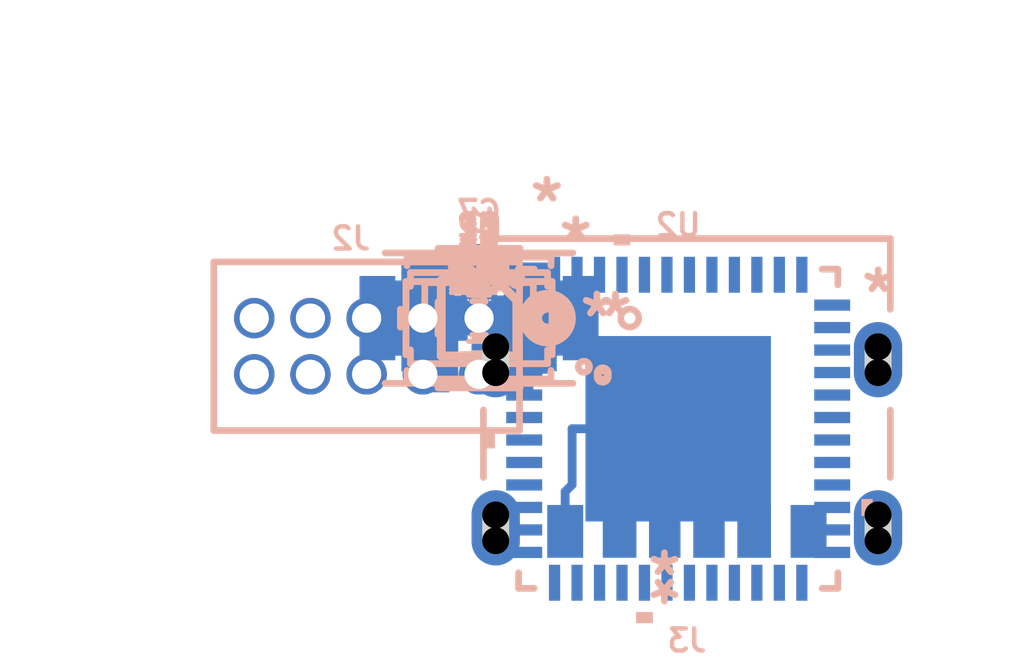
<source format=kicad_pcb>
(kicad_pcb (version 20240108) (generator "pcbnew") (generator_version "8.0")
  (layers (0 "F.Cu" signal) (31 "B.Cu" signal) (34 "B.Paste" user) (35 "F.Paste" user) (36 "B.SilkS" user "B.Silkscreen") (37 "F.SilkS" user "F.Silkscreen") (38 "B.Mask" user) (39 "F.Mask" user) (44 "Edge.Cuts" user))
  (net 0 "")
  (net 1 "Net-(I1-VIN)")
  (net 2 "KLT5")
  (net 3 "KLT6")
  (net 6 "Net-(U2-VDDCORE)")
  (net 9 "Net-(D2-A)")
  (net 10 "Net-(D2-K)")
  (net 11 "I2C_SCL")
  (net 12 "KLT4")
  (net 13 "I2C_SDA")
  (net 14 "KLT3")
  (net 15 "/BATD")
  (net 16 "KLT2")
  (net 24 "KLT1")
  (net 25 "KLT0")
  (net 26 "Net-(Q1-G)")
  (net 27 "Net-(Q2-COLLECTOR)")
  (net 28 "Net-(Q2-BASE)")
  (net 29 "Net-(U1-EN)")
  (net 30 "Net-(R2-Pad2)")
  (net 31 "Net-(D1-PadK)")
  (net 36 "Net-(R18-Pad2)")
  (net 40 "GND")
  (net 65 "VOUT1")
  (net 66 "VIN0")
  (net 67 "+BATT")
  (net 68 "VBUS")
  (footprint "ATSAMD21G18A-MUT:0402R" (layer "B.Cu") (at 0.5 2 180)
    (property "Reference" "R16" (at 0 0.9 180) (layer "B.SilkS") (effects (font (size 0.5 0.5) (thickness 0.1) (bold yes)) (justify mirror)))
    (property "Value" "4.7k")
    (pad "1" smd rect (at -0.512 0 180) (size 0.475 0.5) (layers "B.Cu" "B.Paste" "B.Mask"))
    (pad "2" smd rect (at 0.512 0 180) (size 0.475 0.5) (layers "B.Cu" "B.Paste" "B.Mask") (net 65 "VOUT1"))
  )
  (footprint "ATSAMD21G18A-MUT:M50_3500542" (layer "B.Cu") (at 0.5 2 180)
    (property "Reference" "J2" (at 2.9 1.8 0) (layer "B.SilkS") (effects (font (size 0.5 0.5) (thickness 0.1) (bold yes)) (justify mirror)))
    (property "Value" "M50-3500542")
    (fp_line (start 5.9944 1.27) (end 5.9944 -2.54) (stroke (width 0.1524)) (layer "B.SilkS"))
    (fp_line (start 5.9944 -2.54) (end -0.9144 -2.54) (stroke (width 0.1524)) (layer "B.SilkS"))
    (fp_line (start -0.9144 1.27) (end 5.9944 1.27) (stroke (width 0.1524)) (layer "B.SilkS"))
    (fp_line (start -0.9144 -2.54) (end -0.9144 1.27) (stroke (width 0.1524)) (layer "B.SilkS"))
    (fp_circle (center -1.5494 0) (end -1.1684 0) (stroke (width 0.508)) (fill none) (layer "B.SilkS"))
    (fp_circle (center -1.5494 0) (end -1.1684 0) (stroke (width 0.508)) (fill none) (layer "F.SilkS"))
    (pad "1" thru_hole circle (at 0 0 180) (size 0.9144 0.9144) (drill 0.6604) (layers "*.Cu" "*.Mask") (net 65 "VOUT1"))
    (pad "2" thru_hole circle (at 0 -1.27 180) (size 0.9144 0.9144) (drill 0.6604) (layers "*.Cu" "*.Mask"))
    (pad "3" thru_hole circle (at 1.27 0 180) (size 0.9144 0.9144) (drill 0.6604) (layers "*.Cu" "*.Mask") (net 40 "GND"))
    (pad "4" thru_hole circle (at 1.27 -1.27 180) (size 0.9144 0.9144) (drill 0.6604) (layers "*.Cu" "*.Mask"))
    (pad "5" thru_hole circle (at 2.54 0 180) (size 0.9144 0.9144) (drill 0.6604) (layers "*.Cu" "*.Mask") (net 40 "GND"))
    (pad "6" thru_hole circle (at 2.54 -1.27 180) (size 0.9144 0.9144) (drill 0.6604) (layers "*.Cu" "*.Mask"))
    (pad "7" thru_hole circle (at 3.81 0 180) (size 0.9144 0.9144) (drill 0.6604) (layers "*.Cu" "*.Mask"))
    (pad "8" thru_hole circle (at 3.81 -1.27 180) (size 0.9144 0.9144) (drill 0.6604) (layers "*.Cu" "*.Mask"))
    (pad "9" thru_hole circle (at 5.08 0 180) (size 0.9144 0.9144) (drill 0.6604) (layers "*.Cu" "*.Mask"))
    (pad "10" thru_hole circle (at 5.08 -1.27 180) (size 0.9144 0.9144) (drill 0.6604) (layers "*.Cu" "*.Mask"))
  )
  (footprint "ATSAMD21G18A-MUT:0402C" (layer "B.Cu") (at 0.5 2 180)
    (property "Reference" "C17" (at 0 0.88 180) (layer "B.SilkS") (effects (font (size 0.5 0.5) (thickness 0.1) (bold yes)) (justify mirror)))
    (property "Value" "12 pF")
    (pad "1" smd rect (at -0.432 0 180) (size 0.54 0.6) (layers "B.Cu" "B.Paste" "B.Mask"))
    (pad "2" smd rect (at 0.432 0 180) (size 0.54 0.6) (layers "B.Cu" "B.Paste" "B.Mask") (net 40 "GND"))
  )
  (footprint "ADP122AUJZ_3_3_R7:C_0603_1608Metric" (layer "B.Cu") (at 0.5 2 180)
    (property "Reference" "C2" (at 0 1.1 180) (layer "B.SilkS") (effects (font (size 0.5 0.5) (thickness 0.1) (bold yes)) (justify mirror)))
    (property "Value" "1 uF")
    (fp_line (start 0.14058 0.51) (end -0.14058 0.51) (stroke (width 0.12)) (layer "B.SilkS"))
    (fp_line (start 0.14058 -0.51) (end -0.14058 -0.51) (stroke (width 0.12)) (layer "B.SilkS"))
    (pad "1" smd roundrect (at -0.775 0 180) (size 0.9 0.95) (layers "B.Cu" "B.Paste" "B.Mask") (net 66 "VIN0"))
    (pad "2" smd roundrect (at 0.775 0 180) (size 0.9 0.95) (layers "B.Cu" "B.Paste" "B.Mask") (net 40 "GND"))
  )
  (footprint "ATSAMD21G18A-MUT:QFN48_7X7MC_MCH" (layer "B.Cu") (at 5 4.5 180)
    (property "Reference" "U2" (at 0 4.6 0) (layer "B.SilkS") (effects (font (size 0.5 0.5) (thickness 0.1) (bold yes)) (justify mirror)))
    (property "Value" "ATSAMD21G18A-MUT")
    (fp_line (start 3.6068 3.6068) (end 3.6068 3.25374) (stroke (width 0.1524)) (layer "B.SilkS"))
    (fp_line (start 3.6068 -3.25374) (end 3.6068 -3.6068) (stroke (width 0.1524)) (layer "B.SilkS"))
    (fp_line (start 3.6068 -3.6068) (end 3.25374 -3.6068) (stroke (width 0.1524)) (layer "B.SilkS"))
    (fp_line (start 3.25374 3.6068) (end 3.6068 3.6068) (stroke (width 0.1524)) (layer "B.SilkS"))
    (fp_line (start -3.25374 -3.6068) (end -3.6068 -3.6068) (stroke (width 0.1524)) (layer "B.SilkS"))
    (fp_line (start -3.6068 3.6068) (end -3.25374 3.6068) (stroke (width 0.1524)) (layer "B.SilkS"))
    (fp_line (start -3.6068 3.25374) (end -3.6068 3.6068) (stroke (width 0.1524)) (layer "B.SilkS"))
    (fp_line (start -3.6068 -3.6068) (end -3.6068 -3.25374) (stroke (width 0.1524)) (layer "B.SilkS"))
    (fp_poly (pts (xy 4.3942 -0.0635) (xy 4.3942 -0.4445) (xy 4.1402 -0.4445) (xy 4.1402 -0.0635)) (fill solid) (layer "B.SilkS"))
    (fp_poly (pts (xy 1.0795 4.1402) (xy 1.0795 4.3942) (xy 1.4605 4.3942) (xy 1.4605 4.1402)) (fill solid) (layer "B.SilkS"))
    (fp_poly (pts (xy 0.5715 -4.1402) (xy 0.5715 -4.3942) (xy 0.9525 -4.3942) (xy 0.9525 -4.1402)) (fill solid) (layer "B.SilkS"))
    (fp_poly (pts (xy -4.3942 -1.5875) (xy -4.3942 -1.9685) (xy -4.1402 -1.9685) (xy -4.1402 -1.5875)) (fill solid) (layer "B.SilkS"))
    (fp_text user "*" (at -4.5212 3.048 0) (layer "B.SilkS") (effects (justify mirror)))
    (fp_text user "*" (at -4.5212 3.048 180) (layer "B.SilkS") (effects (justify mirror)))
    (pad "1" smd rect (at -3.4798 2.794 90) (size 0.254 0.8128) (layers "B.Cu" "B.Paste" "B.Mask") (net 3 "KLT6"))
    (pad "2" smd rect (at -3.4798 2.286 90) (size 0.254 0.8128) (layers "B.Cu" "B.Paste" "B.Mask"))
    (pad "3" smd rect (at -3.4798 1.778 90) (size 0.254 0.8128) (layers "B.Cu" "B.Paste" "B.Mask"))
    (pad "4" smd rect (at -3.4798 1.27 90) (size 0.254 0.8128) (layers "B.Cu" "B.Paste" "B.Mask"))
    (pad "5" smd rect (at -3.4798 0.762 90) (size 0.254 0.8128) (layers "B.Cu" "B.Paste" "B.Mask") (net 40 "GND"))
    (pad "6" smd rect (at -3.4798 0.254 90) (size 0.254 0.8128) (layers "B.Cu" "B.Paste" "B.Mask") (net 65 "VOUT1"))
    (pad "7" smd rect (at -3.4798 -0.254 90) (size 0.254 0.8128) (layers "B.Cu" "B.Paste" "B.Mask"))
    (pad "8" smd rect (at -3.4798 -0.762 90) (size 0.254 0.8128) (layers "B.Cu" "B.Paste" "B.Mask"))
    (pad "9" smd rect (at -3.4798 -1.27 90) (size 0.254 0.8128) (layers "B.Cu" "B.Paste" "B.Mask"))
    (pad "10" smd rect (at -3.4798 -1.778 90) (size 0.254 0.8128) (layers "B.Cu" "B.Paste" "B.Mask") (net 2 "KLT5"))
    (pad "11" smd rect (at -3.4798 -2.286 90) (size 0.254 0.8128) (layers "B.Cu" "B.Paste" "B.Mask") (net 12 "KLT4"))
    (pad "12" smd rect (at -3.4798 -2.794 90) (size 0.254 0.8128) (layers "B.Cu" "B.Paste" "B.Mask") (net 14 "KLT3"))
    (pad "13" smd rect (at -2.794 -3.4798 180) (size 0.254 0.8128) (layers "B.Cu" "B.Paste" "B.Mask") (net 16 "KLT2"))
    (pad "14" smd rect (at -2.286 -3.4798 180) (size 0.254 0.8128) (layers "B.Cu" "B.Paste" "B.Mask") (net 24 "KLT1"))
    (pad "15" smd rect (at -1.778 -3.4798 180) (size 0.254 0.8128) (layers "B.Cu" "B.Paste" "B.Mask") (net 25 "KLT0"))
    (pad "16" smd rect (at -1.27 -3.4798 180) (size 0.254 0.8128) (layers "B.Cu" "B.Paste" "B.Mask"))
    (pad "17" smd rect (at -0.762 -3.4798 180) (size 0.254 0.8128) (layers "B.Cu" "B.Paste" "B.Mask") (net 65 "VOUT1"))
    (pad "18" smd rect (at -0.254 -3.4798 180) (size 0.254 0.8128) (layers "B.Cu" "B.Paste" "B.Mask") (net 40 "GND"))
    (pad "19" smd rect (at 0.254 -3.4798 180) (size 0.254 0.8128) (layers "B.Cu" "B.Paste" "B.Mask"))
    (pad "20" smd rect (at 0.762 -3.4798 180) (size 0.254 0.8128) (layers "B.Cu" "B.Paste" "B.Mask"))
    (pad "21" smd rect (at 1.27 -3.4798 180) (size 0.254 0.8128) (layers "B.Cu" "B.Paste" "B.Mask") (net 13 "I2C_SDA"))
    (pad "22" smd rect (at 1.778 -3.4798 180) (size 0.254 0.8128) (layers "B.Cu" "B.Paste" "B.Mask") (net 11 "I2C_SCL"))
    (pad "23" smd rect (at 2.286 -3.4798 180) (size 0.254 0.8128) (layers "B.Cu" "B.Paste" "B.Mask"))
    (pad "24" smd rect (at 2.794 -3.4798 180) (size 0.254 0.8128) (layers "B.Cu" "B.Paste" "B.Mask"))
    (pad "25" smd rect (at 3.4798 -2.794 90) (size 0.254 0.8128) (layers "B.Cu" "B.Paste" "B.Mask"))
    (pad "26" smd rect (at 3.4798 -2.286 90) (size 0.254 0.8128) (layers "B.Cu" "B.Paste" "B.Mask"))
    (pad "27" smd rect (at 3.4798 -1.778 90) (size 0.254 0.8128) (layers "B.Cu" "B.Paste" "B.Mask"))
    (pad "28" smd rect (at 3.4798 -1.27 90) (size 0.254 0.8128) (layers "B.Cu" "B.Paste" "B.Mask"))
    (pad "29" smd rect (at 3.4798 -0.762 90) (size 0.254 0.8128) (layers "B.Cu" "B.Paste" "B.Mask"))
    (pad "30" smd rect (at 3.4798 -0.254 90) (size 0.254 0.8128) (layers "B.Cu" "B.Paste" "B.Mask"))
    (pad "31" smd rect (at 3.4798 0.254 90) (size 0.254 0.8128) (layers "B.Cu" "B.Paste" "B.Mask"))
    (pad "32" smd rect (at 3.4798 0.762 90) (size 0.254 0.8128) (layers "B.Cu" "B.Paste" "B.Mask"))
    (pad "33" smd rect (at 3.4798 1.27 90) (size 0.254 0.8128) (layers "B.Cu" "B.Paste" "B.Mask"))
    (pad "34" smd rect (at 3.4798 1.778 90) (size 0.254 0.8128) (layers "B.Cu" "B.Paste" "B.Mask"))
    (pad "35" smd rect (at 3.4798 2.286 90) (size 0.254 0.8128) (layers "B.Cu" "B.Paste" "B.Mask") (net 40 "GND"))
    (pad "36" smd rect (at 3.4798 2.794 90) (size 0.254 0.8128) (layers "B.Cu" "B.Paste" "B.Mask") (net 65 "VOUT1"))
    (pad "37" smd rect (at 2.794 3.4798 180) (size 0.254 0.8128) (layers "B.Cu" "B.Paste" "B.Mask"))
    (pad "38" smd rect (at 2.286 3.4798 180) (size 0.254 0.8128) (layers "B.Cu" "B.Paste" "B.Mask"))
    (pad "39" smd rect (at 1.778 3.4798 180) (size 0.254 0.8128) (layers "B.Cu" "B.Paste" "B.Mask"))
    (pad "40" smd rect (at 1.27 3.4798 180) (size 0.254 0.8128) (layers "B.Cu" "B.Paste" "B.Mask"))
    (pad "41" smd rect (at 0.762 3.4798 180) (size 0.254 0.8128) (layers "B.Cu" "B.Paste" "B.Mask"))
    (pad "42" smd rect (at 0.254 3.4798 180) (size 0.254 0.8128) (layers "B.Cu" "B.Paste" "B.Mask") (net 40 "GND"))
    (pad "43" smd rect (at -0.254 3.4798 180) (size 0.254 0.8128) (layers "B.Cu" "B.Paste" "B.Mask") (net 6 "Net-(U2-VDDCORE)"))
    (pad "44" smd rect (at -0.762 3.4798 180) (size 0.254 0.8128) (layers "B.Cu" "B.Paste" "B.Mask") (net 65 "VOUT1"))
    (pad "45" smd rect (at -1.27 3.4798 180) (size 0.254 0.8128) (layers "B.Cu" "B.Paste" "B.Mask"))
    (pad "46" smd rect (at -1.778 3.4798 180) (size 0.254 0.8128) (layers "B.Cu" "B.Paste" "B.Mask"))
    (pad "47" smd rect (at -2.286 3.4798 180) (size 0.254 0.8128) (layers "B.Cu" "B.Paste" "B.Mask"))
    (pad "48" smd rect (at -2.794 3.4798 180) (size 0.254 0.8128) (layers "B.Cu" "B.Paste" "B.Mask"))
    (pad "49" smd rect (at 0 0 180) (size 4.191 4.191) (layers "B.Cu" "B.Paste" "B.Mask") (net 40 "GND"))
  )
  (footprint "PJ_055D:SDO_CFP5_SOD128_NEX" (layer "B.Cu") (at 0.5 2 180)
    (property "Reference" "D2" (at 0 2 0) (layer "B.SilkS") (effects (font (size 0.5 0.5) (thickness 0.1) (bold yes)) (justify mirror)))
    (property "Value" "PMEG3050EP,115")
    (fp_line (start 2.1209 -1.4732) (end -2.1209 -1.4732) (stroke (width 0.1524)) (layer "B.SilkS"))
    (fp_line (start -2.1209 1.4732) (end 2.1209 1.4732) (stroke (width 0.1524)) (layer "B.SilkS"))
    (fp_text user "*" (at -3.0829 0 180) (layer "B.SilkS") (effects (justify mirror)))
    (fp_text user "*" (at -3.0829 0 0) (layer "B.SilkS") (effects (justify mirror)))
    (pad "1" smd rect (at -2.2971 0 180) (size 0.8096 1.905) (layers "B.Cu" "B.Paste" "B.Mask") (net 10 "Net-(D2-K)"))
    (pad "2" smd rect (at 2.2971 0 180) (size 0.8096 1.905) (layers "B.Cu" "B.Paste" "B.Mask") (net 9 "Net-(D2-A)"))
  )
  (footprint "STC3117IJT:R_0402_1005Metric" (layer "B.Cu") (at 0.5 2 180)
    (property "Reference" "R5" (at 0 0.8 180) (layer "B.SilkS") (effects (font (size 0.5 0.5) (thickness 0.1) (bold yes)) (justify mirror)))
    (property "Value" "10K")
    (fp_line (start 0.153641 0.38) (end -0.153641 0.38) (stroke (width 0.12)) (layer "B.SilkS"))
    (fp_line (start 0.153641 -0.38) (end -0.153641 -0.38) (stroke (width 0.12)) (layer "B.SilkS"))
    (pad "1" smd roundrect (at -0.51 0 180) (size 0.54 0.64) (layers "B.Cu" "B.Paste" "B.Mask") (net 65 "VOUT1"))
    (pad "2" smd roundrect (at 0.51 0 180) (size 0.54 0.64) (layers "B.Cu" "B.Paste" "B.Mask") (net 11 "I2C_SCL"))
  )
  (footprint "ATSAMD21G18A-MUT:0402R" (layer "B.Cu") (at 0.5 2 180)
    (property "Reference" "R17" (at 0 0.9 180) (layer "B.SilkS") (effects (font (size 0.5 0.5) (thickness 0.1) (bold yes)) (justify mirror)))
    (property "Value" "1k")
    (pad "1" smd rect (at -0.512 0 180) (size 0.475 0.5) (layers "B.Cu" "B.Paste" "B.Mask"))
    (pad "2" smd rect (at 0.512 0 180) (size 0.475 0.5) (layers "B.Cu" "B.Paste" "B.Mask") (net 65 "VOUT1"))
  )
  (footprint "ATSAMD21G18A-MUT:0402R" (layer "B.Cu") (at 0.5 2 180)
    (property "Reference" "R14" (at 0 0.9 180) (layer "B.SilkS") (effects (font (size 0.5 0.5) (thickness 0.1) (bold yes)) (justify mirror)))
    (property "Value" "4.7k")
    (pad "1" smd rect (at -0.512 0 180) (size 0.475 0.5) (layers "B.Cu" "B.Paste" "B.Mask"))
    (pad "2" smd rect (at 0.512 0 180) (size 0.475 0.5) (layers "B.Cu" "B.Paste" "B.Mask") (net 65 "VOUT1"))
  )
  (footprint "ATSAMD21G18A-MUT:0402C" (layer "B.Cu") (at 0.5 2 180)
    (property "Reference" "C13" (at 0 0.88 180) (layer "B.SilkS") (effects (font (size 0.5 0.5) (thickness 0.1) (bold yes)) (justify mirror)))
    (property "Value" "10 pF")
    (pad "1" smd rect (at -0.432 0 180) (size 0.54 0.6) (layers "B.Cu" "B.Paste" "B.Mask"))
    (pad "2" smd rect (at 0.432 0 180) (size 0.54 0.6) (layers "B.Cu" "B.Paste" "B.Mask") (net 40 "GND"))
  )
  (footprint "STC3117IJT:R_0402_1005Metric" (layer "B.Cu") (at 0.5 2 180)
    (property "Reference" "R3" (at 0 0.8 180) (layer "B.SilkS") (effects (font (size 0.5 0.5) (thickness 0.1) (bold yes)) (justify mirror)))
    (property "Value" "1K")
    (fp_line (start 0.153641 0.38) (end -0.153641 0.38) (stroke (width 0.12)) (layer "B.SilkS"))
    (fp_line (start 0.153641 -0.38) (end -0.153641 -0.38) (stroke (width 0.12)) (layer "B.SilkS"))
    (pad "1" smd roundrect (at -0.51 0 180) (size 0.54 0.64) (layers "B.Cu" "B.Paste" "B.Mask") (net 67 "+BATT"))
    (pad "2" smd roundrect (at 0.51 0 180) (size 0.54 0.64) (layers "B.Cu" "B.Paste" "B.Mask") (net 1 "Net-(I1-VIN)"))
  )
  (footprint "PJ_055D:R_0402_1005Metric" (layer "B.Cu") (at 0.5 2 180)
    (property "Reference" "R11" (at 0 0.8 180) (layer "B.SilkS") (effects (font (size 0.5 0.5) (thickness 0.1) (bold yes)) (justify mirror)))
    (property "Value" "1k")
    (fp_line (start 0.153641 0.38) (end -0.153641 0.38) (stroke (width 0.12)) (layer "B.SilkS"))
    (fp_line (start 0.153641 -0.38) (end -0.153641 -0.38) (stroke (width 0.12)) (layer "B.SilkS"))
    (pad "1" smd roundrect (at -0.51 0 180) (size 0.54 0.64) (layers "B.Cu" "B.Paste" "B.Mask") (net 28 "Net-(Q2-BASE)"))
    (pad "2" smd roundrect (at 0.51 0 180) (size 0.54 0.64) (layers "B.Cu" "B.Paste" "B.Mask") (net 31 "Net-(D1-PadK)"))
  )
  (footprint "STC3117IJT:C_0402_1005Metric" (layer "B.Cu") (at 0.5 2 180)
    (property "Reference" "C4" (at 0 0.8 180) (layer "B.SilkS") (effects (font (size 0.5 0.5) (thickness 0.1) (bold yes)) (justify mirror)))
    (property "Value" "1uF")
    (fp_line (start 0.107836 0.36) (end -0.107836 0.36) (stroke (width 0.12)) (layer "B.SilkS"))
    (fp_line (start 0.107836 -0.36) (end -0.107836 -0.36) (stroke (width 0.12)) (layer "B.SilkS"))
    (pad "1" smd roundrect (at -0.48 0 180) (size 0.56 0.62) (layers "B.Cu" "B.Paste" "B.Mask") (net 67 "+BATT"))
    (pad "2" smd roundrect (at 0.48 0 180) (size 0.56 0.62) (layers "B.Cu" "B.Paste" "B.Mask") (net 40 "GND"))
  )
  (footprint "ATSAMD21G18A-MUT:0402R" (layer "B.Cu") (at 0.5 2 180)
    (property "Reference" "R15" (at 0 0.9 180) (layer "B.SilkS") (effects (font (size 0.5 0.5) (thickness 0.1) (bold yes)) (justify mirror)))
    (property "Value" "4.7k")
    (pad "1" smd rect (at -0.512 0 180) (size 0.475 0.5) (layers "B.Cu" "B.Paste" "B.Mask"))
    (pad "2" smd rect (at 0.512 0 180) (size 0.475 0.5) (layers "B.Cu" "B.Paste" "B.Mask") (net 65 "VOUT1"))
  )
  (footprint "PJ_055D:SOT-23_DIO" (layer "B.Cu") (at 0.5 2 180)
    (property "Reference" "Q1" (at 0 1.9 0) (layer "B.SilkS") (effects (font (size 0.5 0.5) (thickness 0.1) (bold yes)) (justify mirror)))
    (property "Value" "DMG2305UX-7")
    (fp_line (start 1.652 0.827) (end 1.652 -0.827) (stroke (width 0.1524)) (layer "B.SilkS"))
    (fp_line (start 0.61314 0.827) (end 1.652 0.827) (stroke (width 0.1524)) (layer "B.SilkS"))
    (fp_line (start 0.411859 -0.827) (end -0.411859 -0.827) (stroke (width 0.1524)) (layer "B.SilkS"))
    (fp_line (start -1.652 0.827) (end -0.61314 0.827) (stroke (width 0.1524)) (layer "B.SilkS"))
    (fp_line (start -1.652 -0.827) (end -1.652 0.827) (stroke (width 0.1524)) (layer "B.SilkS"))
    (fp_circle (center -2.795 -1.25) (end -2.668 -1.25) (stroke (width 0.1524)) (fill none) (layer "B.SilkS"))
    (pad "1" smd rect (at -1.024999 -0.944999 180) (size 0.8128 0.889) (layers "B.Cu" "B.Paste" "B.Mask") (net 26 "Net-(Q1-G)"))
    (pad "2" smd rect (at 1.024999 -0.944999 180) (size 0.8128 0.889) (layers "B.Cu" "B.Paste" "B.Mask") (net 65 "VOUT1"))
    (pad "3" smd rect (at 0 0.945 180) (size 0.8128 0.889) (layers "B.Cu" "B.Paste" "B.Mask") (net 10 "Net-(D2-K)"))
  )
  (footprint "STC3117IJT:BGA9C40P3X3_146X156X66" (layer "B.Cu") (at 0.5 2 180)
    (property "Reference" "I1" (at 0 2.2 180) (layer "B.SilkS") (effects (font (size 0.5 0.5) (thickness 0.1) (bold yes)) (justify mirror)))
    (property "Value" "STC3117IJT" (hide yes))
    (fp_line (start 0.854 0.854) (end -0.4 0.854) (stroke (width 0.2)) (layer "B.SilkS"))
    (fp_line (start 0.854 -0.854) (end 0.854 0.854) (stroke (width 0.2)) (layer "B.SilkS"))
    (fp_line (start -0.4 0.854) (end -0.854 0.4) (stroke (width 0.2)) (layer "B.SilkS"))
    (fp_line (start -0.854 0.4) (end -0.854 -0.854) (stroke (width 0.2)) (layer "B.SilkS"))
    (fp_line (start -0.854 -0.854) (end 0.854 -0.854) (stroke (width 0.2)) (layer "B.SilkS"))
    (fp_circle (center -0.854 0.854) (end -0.854 0.754) (stroke (width 0.2)) (fill none) (layer "B.SilkS"))
    (pad "A1" smd circle (at -0.4 0.4 90) (size 0.208 0.208) (layers "B.Cu" "B.Paste" "B.Mask") (net 16 "KLT2"))
    (pad "A2" smd circle (at 0 0.4 90) (size 0.208 0.208) (layers "B.Cu" "B.Paste" "B.Mask") (net 13 "I2C_SDA"))
    (pad "A3" smd circle (at 0.4 0.4 90) (size 0.208 0.208) (layers "B.Cu" "B.Paste" "B.Mask") (net 40 "GND"))
    (pad "B1" smd circle (at -0.4 0 90) (size 0.208 0.208) (layers "B.Cu" "B.Paste" "B.Mask") (net 15 "/BATD"))
    (pad "B2" smd circle (at 0 0 90) (size 0.208 0.208) (layers "B.Cu" "B.Paste" "B.Mask") (net 11 "I2C_SCL"))
    (pad "B3" smd circle (at 0.4 0 90) (size 0.208 0.208) (layers "B.Cu" "B.Paste" "B.Mask") (net 14 "KLT3"))
    (pad "C1" smd circle (at -0.4 -0.4 90) (size 0.208 0.208) (layers "B.Cu" "B.Paste" "B.Mask") (net 1 "Net-(I1-VIN)"))
    (pad "C2" smd circle (at 0 -0.4 90) (size 0.208 0.208) (layers "B.Cu" "B.Paste" "B.Mask") (net 67 "+BATT"))
    (pad "C3" smd circle (at 0.4 -0.4 90) (size 0.208 0.208) (layers "B.Cu" "B.Paste" "B.Mask") (net 12 "KLT4"))
  )
  (footprint "ATSAMD21G18A-MUT:0402C" (layer "B.Cu") (at 0.5 2 180)
    (property "Reference" "C9" (at 0 0.88 180) (layer "B.SilkS") (effects (font (size 0.5 0.5) (thickness 0.1) (bold yes)) (justify mirror)))
    (property "Value" "0.1uF")
    (pad "1" smd rect (at -0.432 0 180) (size 0.54 0.6) (layers "B.Cu" "B.Paste" "B.Mask") (net 65 "VOUT1"))
    (pad "2" smd rect (at 0.432 0 180) (size 0.54 0.6) (layers "B.Cu" "B.Paste" "B.Mask") (net 40 "GND"))
  )
  (footprint "ADP122AUJZ_3_3_R7:R_0603_1608Metric" (layer "B.Cu") (at 0.5 2 180)
    (property "Reference" "R1" (at 0 1.1 180) (layer "B.SilkS") (effects (font (size 0.5 0.5) (thickness 0.1) (bold yes)) (justify mirror)))
    (property "Value" "10k")
    (fp_line (start 0.237258 0.5225) (end -0.237258 0.5225) (stroke (width 0.12)) (layer "B.SilkS"))
    (fp_line (start 0.237258 -0.5225) (end -0.237258 -0.5225) (stroke (width 0.12)) (layer "B.SilkS"))
    (pad "1" smd roundrect (at -0.825 0 180) (size 0.8 0.95) (layers "B.Cu" "B.Paste" "B.Mask") (net 66 "VIN0"))
    (pad "2" smd roundrect (at 0.825 0 180) (size 0.8 0.95) (layers "B.Cu" "B.Paste" "B.Mask") (net 29 "Net-(U1-EN)"))
  )
  (footprint "ATSAMD21G18A-MUT:0402R" (layer "B.Cu") (at 0.5 2 180)
    (property "Reference" "R19" (at 0 0.9 180) (layer "B.SilkS") (effects (font (size 0.5 0.5) (thickness 0.1) (bold yes)) (justify mirror)))
    (property "Value" "10k")
    (pad "1" smd rect (at -0.512 0 180) (size 0.475 0.5) (layers "B.Cu" "B.Paste" "B.Mask"))
    (pad "2" smd rect (at 0.512 0 180) (size 0.475 0.5) (layers "B.Cu" "B.Paste" "B.Mask") (net 65 "VOUT1"))
  )
  (footprint "ATSAMD21G18A-MUT:0402C" (layer "B.Cu") (at 0.5 2 180)
    (property "Reference" "C12" (at 0 0.88 180) (layer "B.SilkS") (effects (font (size 0.5 0.5) (thickness 0.1) (bold yes)) (justify mirror)))
    (property "Value" "12 pF")
    (pad "1" smd rect (at -0.432 0 180) (size 0.54 0.6) (layers "B.Cu" "B.Paste" "B.Mask") (net 3 "KLT6"))
    (pad "2" smd rect (at 0.432 0 180) (size 0.54 0.6) (layers "B.Cu" "B.Paste" "B.Mask") (net 40 "GND"))
  )
  (footprint "STC3117IJT:C_0402_1005Metric" (layer "B.Cu") (at 0.5 2 180)
    (property "Reference" "C3" (at 0 0.8 180) (layer "B.SilkS") (effects (font (size 0.5 0.5) (thickness 0.1) (bold yes)) (justify mirror)))
    (property "Value" "220nF")
    (fp_line (start 0.107836 0.36) (end -0.107836 0.36) (stroke (width 0.12)) (layer "B.SilkS"))
    (fp_line (start 0.107836 -0.36) (end -0.107836 -0.36) (stroke (width 0.12)) (layer "B.SilkS"))
    (pad "1" smd roundrect (at -0.48 0 180) (size 0.56 0.62) (layers "B.Cu" "B.Paste" "B.Mask") (net 1 "Net-(I1-VIN)"))
    (pad "2" smd roundrect (at 0.48 0 180) (size 0.56 0.62) (layers "B.Cu" "B.Paste" "B.Mask") (net 40 "GND"))
  )
  (footprint "ADP122AUJZ_3_3_R7:C_0603_1608Metric" (layer "B.Cu") (at 0.5 2 180)
    (property "Reference" "C1" (at 0 1.1 180) (layer "B.SilkS") (effects (font (size 0.5 0.5) (thickness 0.1) (bold yes)) (justify mirror)))
    (property "Value" "1 uF")
    (fp_line (start 0.14058 0.51) (end -0.14058 0.51) (stroke (width 0.12)) (layer "B.SilkS"))
    (fp_line (start 0.14058 -0.51) (end -0.14058 -0.51) (stroke (width 0.12)) (layer "B.SilkS"))
    (pad "1" smd roundrect (at -0.775 0 180) (size 0.9 0.95) (layers "B.Cu" "B.Paste" "B.Mask") (net 65 "VOUT1"))
    (pad "2" smd roundrect (at 0.775 0 180) (size 0.9 0.95) (layers "B.Cu" "B.Paste" "B.Mask") (net 40 "GND"))
  )
  (footprint "ATSAMD21G18A-MUT:0402C" (layer "B.Cu") (at 0.5 2 180)
    (property "Reference" "C8" (at 0 0.88 180) (layer "B.SilkS") (effects (font (size 0.5 0.5) (thickness 0.1) (bold yes)) (justify mirror)))
    (property "Value" "10 pF")
    (pad "1" smd rect (at -0.432 0 180) (size 0.54 0.6) (layers "B.Cu" "B.Paste" "B.Mask"))
    (pad "2" smd rect (at 0.432 0 180) (size 0.54 0.6) (layers "B.Cu" "B.Paste" "B.Mask") (net 40 "GND"))
  )
  (footprint "ATSAMD21G18A-MUT:0402C" (layer "B.Cu") (at 0.5 2 180)
    (property "Reference" "C15" (at 0 0.88 180) (layer "B.SilkS") (effects (font (size 0.5 0.5) (thickness 0.1) (bold yes)) (justify mirror)))
    (property "Value" "0.1uF")
    (pad "1" smd rect (at -0.432 0 180) (size 0.54 0.6) (layers "B.Cu" "B.Paste" "B.Mask"))
    (pad "2" smd rect (at 0.432 0 180) (size 0.54 0.6) (layers "B.Cu" "B.Paste" "B.Mask") (net 40 "GND"))
  )
  (footprint "PJ_055D:R_0402_1005Metric" (layer "B.Cu") (at 0.5 2 180)
    (property "Reference" "R8" (at 0 0.8 180) (layer "B.SilkS") (effects (font (size 0.5 0.5) (thickness 0.1) (bold yes)) (justify mirror)))
    (property "Value" "10k")
    (fp_line (start 0.153641 0.38) (end -0.153641 0.38) (stroke (width 0.12)) (layer "B.SilkS"))
    (fp_line (start 0.153641 -0.38) (end -0.153641 -0.38) (stroke (width 0.12)) (layer "B.SilkS"))
    (pad "1" smd roundrect (at -0.51 0 180) (size 0.54 0.64) (layers "B.Cu" "B.Paste" "B.Mask") (net 27 "Net-(Q2-COLLECTOR)"))
    (pad "2" smd roundrect (at 0.51 0 180) (size 0.54 0.64) (layers "B.Cu" "B.Paste" "B.Mask") (net 26 "Net-(Q1-G)"))
  )
  (footprint "STC3117IJT:R_0402_1005Metric" (layer "B.Cu") (at 0.5 2 180)
    (property "Reference" "R7" (at 0 0.8 180) (layer "B.SilkS") (effects (font (size 0.5 0.5) (thickness 0.1) (bold yes)) (justify mirror)))
    (property "Value" "10m")
    (fp_line (start 0.153641 0.38) (end -0.153641 0.38) (stroke (width 0.12)) (layer "B.SilkS"))
    (fp_line (start 0.153641 -0.38) (end -0.153641 -0.38) (stroke (width 0.12)) (layer "B.SilkS"))
    (pad "1" smd roundrect (at -0.51 0 180) (size 0.54 0.64) (layers "B.Cu" "B.Paste" "B.Mask") (net 30 "Net-(R2-Pad2)"))
    (pad "2" smd roundrect (at 0.51 0 180) (size 0.54 0.64) (layers "B.Cu" "B.Paste" "B.Mask") (net 40 "GND"))
  )
  (footprint "PJ_055D:C_0402_1005Metric" (layer "B.Cu") (at 0.5 2 180)
    (property "Reference" "C6" (at 0 0.8 180) (layer "B.SilkS") (effects (font (size 0.5 0.5) (thickness 0.1) (bold yes)) (justify mirror)))
    (property "Value" "0.47 uF")
    (fp_line (start 0.107836 0.36) (end -0.107836 0.36) (stroke (width 0.12)) (layer "B.SilkS"))
    (fp_line (start 0.107836 -0.36) (end -0.107836 -0.36) (stroke (width 0.12)) (layer "B.SilkS"))
    (pad "1" smd roundrect (at -0.48 0 180) (size 0.56 0.62) (layers "B.Cu" "B.Paste" "B.Mask") (net 65 "VOUT1"))
    (pad "2" smd roundrect (at 0.48 0 180) (size 0.56 0.62) (layers "B.Cu" "B.Paste" "B.Mask") (net 40 "GND"))
  )
  (footprint "SM712-02HTG:SOT23-3_LTF" (layer "B.Cu") (at 0.5 2 180)
    (property "Reference" "C7" (at 0 2.4 0) (layer "B.SilkS") (effects (font (size 0.5 0.5) (thickness 0.1) (bold yes)) (justify mirror)))
    (property "Value" "SM712-02HTG")
    (fp_line (start 1.651 0.8255) (end 1.651 -0.8255) (stroke (width 0.1524)) (layer "B.SilkS"))
    (fp_line (start 0.61214 0.8255) (end 1.651 0.8255) (stroke (width 0.1524)) (layer "B.SilkS"))
    (fp_line (start 0.337861 -0.8255) (end -0.337861 -0.8255) (stroke (width 0.1524)) (layer "B.SilkS"))
    (fp_line (start -1.651 0.8255) (end -0.61214 0.8255) (stroke (width 0.1524)) (layer "B.SilkS"))
    (fp_line (start -1.651 -0.8255) (end -1.651 0.8255) (stroke (width 0.1524)) (layer "B.SilkS"))
    (fp_circle (center -2.794 -1.3208) (end -2.667 -1.3208) (stroke (width 0.1524)) (fill none) (layer "B.SilkS"))
    (pad "1" smd rect (at -0.950001 -1.0541 180) (size 0.5588 1.2446) (layers "B.Cu" "B.Paste" "B.Mask") (net 2 "KLT5"))
    (pad "2" smd rect (at 0.950001 -1.0541 180) (size 0.5588 1.2446) (layers "B.Cu" "B.Paste" "B.Mask") (net 3 "KLT6"))
    (pad "3" smd rect (at 0 1.0541 180) (size 0.5588 1.2446) (layers "B.Cu" "B.Paste" "B.Mask") (net 40 "GND"))
  )
  (footprint "ATSAMD21G18A-MUT:0603C" (layer "B.Cu") (at 0.5 2 180)
    (property "Reference" "C16" (at 0 1.1 180) (layer "B.SilkS") (effects (font (size 0.5 0.5) (thickness 0.1) (bold yes)) (justify mirror)))
    (property "Value" "10uF")
    (pad "1" smd rect (at -0.759 0 180) (size 1 1.02) (layers "B.Cu" "B.Paste" "B.Mask") (net 65 "VOUT1"))
    (pad "2" smd rect (at 0.759 0 180) (size 1 1.02) (layers "B.Cu" "B.Paste" "B.Mask") (net 40 "GND"))
  )
  (footprint "ATSAMD21G18A-MUT:0603C" (layer "B.Cu") (at 0.5 2 180)
    (property "Reference" "C18" (at 0 1.1 180) (layer "B.SilkS") (effects (font (size 0.5 0.5) (thickness 0.1) (bold yes)) (justify mirror)))
    (property "Value" "10uF")
    (pad "1" smd rect (at -0.759 0 180) (size 1 1.02) (layers "B.Cu" "B.Paste" "B.Mask") (net 65 "VOUT1"))
    (pad "2" smd rect (at 0.759 0 180) (size 1 1.02) (layers "B.Cu" "B.Paste" "B.Mask") (net 40 "GND"))
  )
  (footprint "STC3117IJT:R_0402_1005Metric" (layer "B.Cu") (at 0.5 2 180)
    (property "Reference" "R4" (at 0 0.8 180) (layer "B.SilkS") (effects (font (size 0.5 0.5) (thickness 0.1) (bold yes)) (justify mirror)))
    (property "Value" "10K")
    (fp_line (start 0.153641 0.38) (end -0.153641 0.38) (stroke (width 0.12)) (layer "B.SilkS"))
    (fp_line (start 0.153641 -0.38) (end -0.153641 -0.38) (stroke (width 0.12)) (layer "B.SilkS"))
    (pad "1" smd roundrect (at -0.51 0 180) (size 0.54 0.64) (layers "B.Cu" "B.Paste" "B.Mask") (net 65 "VOUT1"))
    (pad "2" smd roundrect (at 0.51 0 180) (size 0.54 0.64) (layers "B.Cu" "B.Paste" "B.Mask") (net 12 "KLT4"))
  )
  (footprint "ATSAMD21G18A-MUT:0402C" (layer "B.Cu") (at 0.5 2 180)
    (property "Reference" "C11" (at 0 0.88 180) (layer "B.SilkS") (effects (font (size 0.5 0.5) (thickness 0.1) (bold yes)) (justify mirror)))
    (property "Value" "0.1uF")
    (pad "1" smd rect (at -0.432 0 180) (size 0.54 0.6) (layers "B.Cu" "B.Paste" "B.Mask") (net 65 "VOUT1"))
    (pad "2" smd rect (at 0.432 0 180) (size 0.54 0.6) (layers "B.Cu" "B.Paste" "B.Mask") (net 40 "GND"))
  )
  (footprint "2171750001:2171750001_MOL" (layer "B.Cu") (at 5.1963 4.7846 180)
    (property "Reference" "J3" (at 0 -4.5 0) (layer "B.SilkS") (effects (font (size 0.5 0.5) (thickness 0.1) (bold yes)) (justify mirror)))
    (property "Value" "2171750001")
    (fp_line (start 4.5974 4.5814) (end 4.5974 2.984311) (stroke (width 0.1524)) (layer "B.SilkS"))
    (fp_line (start 4.5974 0.706887) (end 4.5974 -0.815688) (stroke (width 0.1524)) (layer "B.SilkS"))
    (fp_line (start -4.5974 4.5814) (end 4.5974 4.5814) (stroke (width 0.1524)) (layer "B.SilkS"))
    (fp_line (start -4.5974 2.984311) (end -4.5974 4.5814) (stroke (width 0.1524)) (layer "B.SilkS"))
    (fp_line (start -4.5974 -0.815688) (end -4.5974 0.706887) (stroke (width 0.1524)) (layer "B.SilkS"))
    (fp_line (start 4.32 1.553499) (end 4.32 2.137699) (stroke (width 0.6096)) (layer "Edge.Cuts"))
    (fp_line (start 4.32 -2.2465) (end 4.32 -1.6623) (stroke (width 0.6096)) (layer "Edge.Cuts"))
    (fp_line (start -4.32 1.553499) (end -4.32 2.137699) (stroke (width 0.6096)) (layer "Edge.Cuts"))
    (fp_line (start -4.32 -2.2465) (end -4.32 -1.6623) (stroke (width 0.6096)) (layer "Edge.Cuts"))
    (fp_text user "*" (at 0.508 -3.064 180) (layer "B.SilkS") (effects (justify mirror)))
    (fp_text user "*" (at 0.508 -3.064 180) (layer "B.SilkS") (effects (justify mirror)))
    (pad "" np_thru_hole circle (at -4.32 -2.2465) (size 0.6096 0.6096) (drill 0.6096) (layers))
    (pad "" np_thru_hole circle (at -4.32 -1.6623) (size 0.6096 0.6096) (drill 0.6096) (layers))
    (pad "" np_thru_hole circle (at -4.32 1.553499) (size 0.6096 0.6096) (drill 0.6096) (layers))
    (pad "" np_thru_hole circle (at -4.32 2.137699) (size 0.6096 0.6096) (drill 0.6096) (layers))
    (pad "" np_thru_hole circle (at 4.32 -2.2465) (size 0.6096 0.6096) (drill 0.6096) (layers))
    (pad "" np_thru_hole circle (at 4.32 -1.6623) (size 0.6096 0.6096) (drill 0.6096) (layers))
    (pad "" np_thru_hole circle (at 4.32 1.553499) (size 0.6096 0.6096) (drill 0.6096) (layers))
    (pad "" np_thru_hole circle (at 4.32 2.137699) (size 0.6096 0.6096) (drill 0.6096) (layers))
    (pad "7" smd oval (at 4.32 -1.9544) (size 1.0922 1.7018) (layers "B.Cu" "B.Paste" "B.Mask"))
    (pad "8" smd oval (at -4.32 -1.9544) (size 1.0922 1.7018) (layers "B.Cu" "B.Paste" "B.Mask"))
    (pad "9" smd oval (at 4.32 1.845599) (size 1.0922 1.7018) (layers "B.Cu" "B.Paste" "B.Mask"))
    (pad "10" smd oval (at -4.32 1.845599) (size 1.0922 1.7018) (layers "B.Cu" "B.Paste" "B.Mask"))
    (pad "A5" smd rect (at 0.499999 -2.034401) (size 0.7112 1.1938) (layers "B.Cu" "B.Paste" "B.Mask") (net 25 "KLT0"))
    (pad "A9" smd rect (at -1.52 -2.034401) (size 0.762 1.1938) (layers "B.Cu" "B.Paste" "B.Mask") (net 68 "VBUS"))
    (pad "A12" smd rect (at -2.75 -2.034401) (size 0.8128 1.1938) (layers "B.Cu" "B.Paste" "B.Mask") (net 40 "GND"))
    (pad "B5" smd rect (at -0.499999 -2.034401) (size 0.7112 1.1938) (layers "B.Cu" "B.Paste" "B.Mask") (net 24 "KLT1"))
    (pad "B9" smd rect (at 1.519936 -2.034284) (size 0.762 1.1938) (layers "B.Cu" "B.Paste" "B.Mask") (net 68 "VBUS"))
    (pad "B12" smd rect (at 2.749936 -2.034284) (size 0.8128 1.1938) (layers "B.Cu" "B.Paste" "B.Mask") (net 40 "GND"))
  )
  (footprint "ADP122AUJZ_3_3_R7:UJ_5_ADI" (layer "B.Cu") (at 0.5 2 180)
    (property "Reference" "U1" (at 0 2.1 0) (layer "B.SilkS") (effects (font (size 0.5 0.5) (thickness 0.1) (bold yes)) (justify mirror)))
    (property "Value" "ADP122AUJZ-3.3-R7 ")
    (fp_line (start 0.927 0.367261) (end 0.927 -0.367261) (stroke (width 0.1524)) (layer "B.SilkS"))
    (fp_line (start 0.927 -1.577) (end -0.927 -1.577) (stroke (width 0.1524)) (layer "B.SilkS"))
    (fp_line (start -0.927 1.577) (end 0.927 1.577) (stroke (width 0.1524)) (layer "B.SilkS"))
    (fp_text user "*" (at -1.5318 2.593 0) (layer "B.SilkS") (effects (justify mirror)))
    (fp_text user "*" (at -1.5318 2.593 180) (layer "B.SilkS") (effects (justify mirror)))
    (pad "1" smd rect (at -1.2778 0.950001 180) (size 0.9556 0.5) (layers "B.Cu" "B.Paste" "B.Mask") (net 66 "VIN0"))
    (pad "2" smd rect (at -1.2778 0 180) (size 0.9556 0.5) (layers "B.Cu" "B.Paste" "B.Mask") (net 40 "GND"))
    (pad "3" smd rect (at -1.2778 -0.950001 180) (size 0.9556 0.5) (layers "B.Cu" "B.Paste" "B.Mask") (net 29 "Net-(U1-EN)"))
    (pad "4" smd rect (at 1.2778 -0.950001 180) (size 0.9556 0.5) (layers "B.Cu" "B.Paste" "B.Mask"))
    (pad "5" smd rect (at 1.2778 0.950001 180) (size 0.9556 0.5) (layers "B.Cu" "B.Paste" "B.Mask") (net 65 "VOUT1"))
  )
  (footprint "PJ_055D:R_0402_1005Metric" (layer "B.Cu") (at 0.5 2 180)
    (property "Reference" "R10" (at 0 0.8 180) (layer "B.SilkS") (effects (font (size 0.5 0.5) (thickness 0.1) (bold yes)) (justify mirror)))
    (property "Value" "10k")
    (fp_line (start 0.153641 0.38) (end -0.153641 0.38) (stroke (width 0.12)) (layer "B.SilkS"))
    (fp_line (start 0.153641 -0.38) (end -0.153641 -0.38) (stroke (width 0.12)) (layer "B.SilkS"))
    (pad "1" smd roundrect (at -0.51 0 180) (size 0.54 0.64) (layers "B.Cu" "B.Paste" "B.Mask") (net 27 "Net-(Q2-COLLECTOR)"))
    (pad "2" smd roundrect (at 0.51 0 180) (size 0.54 0.64) (layers "B.Cu" "B.Paste" "B.Mask") (net 10 "Net-(D2-K)"))
  )
  (footprint "ATSAMD21G18A-MUT:0402C" (layer "B.Cu") (at 0.5 2 180)
    (property "Reference" "C14" (at 0 0.88 180) (layer "B.SilkS") (effects (font (size 0.5 0.5) (thickness 0.1) (bold yes)) (justify mirror)))
    (property "Value" "1uF")
    (pad "1" smd rect (at -0.432 0 180) (size 0.54 0.6) (layers "B.Cu" "B.Paste" "B.Mask") (net 6 "Net-(U2-VDDCORE)"))
    (pad "2" smd rect (at 0.432 0 180) (size 0.54 0.6) (layers "B.Cu" "B.Paste" "B.Mask") (net 40 "GND"))
  )
  (footprint "ATSAMD21G18A-MUT:ABS05_32_768KHZ_T" (layer "B.Cu") (at 0.5 2 180)
    (property "Reference" "X2" (at 0 1.1 180) (layer "B.SilkS") (effects (font (size 0.5 0.5) (thickness 0.1) (bold yes)) (justify mirror)))
    (property "Value" "32.768 kHz")
    (pad "1" smd rect (at -0.55 0 180) (size 0.5 1) (layers "B.Cu" "B.Paste" "B.Mask") (net 3 "KLT6"))
    (pad "2" smd rect (at 0.55 0 180) (size 0.5 1) (layers "B.Cu" "B.Paste" "B.Mask"))
  )
  (footprint "ATSAMD21G18A-MUT:0402R" (layer "B.Cu") (at 0.5 2 180)
    (property "Reference" "R18" (at 0 0.9 180) (layer "B.SilkS") (effects (font (size 0.5 0.5) (thickness 0.1) (bold yes)) (justify mirror)))
    (property "Value" "330")
    (pad "1" smd rect (at -0.512 0 180) (size 0.475 0.5) (layers "B.Cu" "B.Paste" "B.Mask"))
    (pad "2" smd rect (at 0.512 0 180) (size 0.475 0.5) (layers "B.Cu" "B.Paste" "B.Mask") (net 36 "Net-(R18-Pad2)"))
  )
  (footprint "PJ_055D:SOT-323_DIO" (layer "B.Cu") (at 0.5 2 180)
    (property "Reference" "Q2" (at 0 2.1 0) (layer "B.SilkS") (effects (font (size 0.5 0.5) (thickness 0.1) (bold yes)) (justify mirror)))
    (property "Value" "MMST3906-7-F")
    (fp_line (start 1.227 0.802) (end 1.227 -0.199976) (stroke (width 0.1524)) (layer "B.SilkS"))
    (fp_line (start 0.56274 0.802) (end 1.227 0.802) (stroke (width 0.1524)) (layer "B.SilkS"))
    (fp_line (start 0.137261 -0.802) (end -0.137261 -0.802) (stroke (width 0.1524)) (layer "B.SilkS"))
    (fp_line (start -1.227 0.802) (end -0.56274 0.802) (stroke (width 0.1524)) (layer "B.SilkS"))
    (fp_line (start -1.227 -0.199976) (end -1.227 0.802) (stroke (width 0.1524)) (layer "B.SilkS"))
    (fp_circle (center -2.37 -1.1) (end -2.243 -1.1) (stroke (width 0.1524)) (fill none) (layer "B.SilkS"))
    (pad "1" smd rect (at -0.700001 -0.900001 180) (size 0.46 1.099999) (layers "B.Cu" "B.Paste" "B.Mask") (net 28 "Net-(Q2-BASE)"))
    (pad "2" smd rect (at 0.700001 -0.900001 180) (size 0.46 1.099999) (layers "B.Cu" "B.Paste" "B.Mask") (net 10 "Net-(D2-K)"))
    (pad "3" smd rect (at 0 0.9 180) (size 0.46 1.099999) (layers "B.Cu" "B.Paste" "B.Mask") (net 27 "Net-(Q2-COLLECTOR)"))
  )
  (footprint "ATSAMD21G18A-MUT:0402C" (layer "B.Cu") (at 0.5 2 180)
    (property "Reference" "C10" (at 0 0.88 180) (layer "B.SilkS") (effects (font (size 0.5 0.5) (thickness 0.1) (bold yes)) (justify mirror)))
    (property "Value" "0.1uF")
    (pad "1" smd rect (at -0.432 0 180) (size 0.54 0.6) (layers "B.Cu" "B.Paste" "B.Mask") (net 65 "VOUT1"))
    (pad "2" smd rect (at 0.432 0 180) (size 0.54 0.6) (layers "B.Cu" "B.Paste" "B.Mask") (net 40 "GND"))
  )
  (footprint "STC3117IJT:R_0402_1005Metric" (layer "B.Cu") (at 0.5 2 180)
    (property "Reference" "R6" (at 0 0.8 180) (layer "B.SilkS") (effects (font (size 0.5 0.5) (thickness 0.1) (bold yes)) (justify mirror)))
    (property "Value" "10K")
    (fp_line (start 0.153641 0.38) (end -0.153641 0.38) (stroke (width 0.12)) (layer "B.SilkS"))
    (fp_line (start 0.153641 -0.38) (end -0.153641 -0.38) (stroke (width 0.12)) (layer "B.SilkS"))
    (pad "1" smd roundrect (at -0.51 0 180) (size 0.54 0.64) (layers "B.Cu" "B.Paste" "B.Mask") (net 65 "VOUT1"))
    (pad "2" smd roundrect (at 0.51 0 180) (size 0.54 0.64) (layers "B.Cu" "B.Paste" "B.Mask") (net 13 "I2C_SDA"))
  )
  (footprint "PJ_055D:SOD-123_ONS" (layer "B.Cu") (at 0.5 2 180)
    (property "Reference" "D1" (at 0 1.6 0) (layer "B.SilkS") (effects (font (size 0.5 0.5) (thickness 0.1) (bold yes)) (justify mirror)))
    (property "Value" "MMSZ5231BT1G")
    (fp_line (start 1.5494 1.0287) (end 1.5494 0.71834) (stroke (width 0.1524)) (layer "B.SilkS"))
    (fp_line (start 1.5494 -0.71834) (end 1.5494 -1.0287) (stroke (width 0.1524)) (layer "B.SilkS"))
    (fp_line (start 1.5494 -1.0287) (end -1.5494 -1.0287) (stroke (width 0.1524)) (layer "B.SilkS"))
    (fp_line (start -1.5494 1.0287) (end 1.5494 1.0287) (stroke (width 0.1524)) (layer "B.SilkS"))
    (fp_line (start -1.5494 0.71834) (end -1.5494 1.0287) (stroke (width 0.1524)) (layer "B.SilkS"))
    (fp_line (start -1.5494 -1.0287) (end -1.5494 -0.71834) (stroke (width 0.1524)) (layer "B.SilkS"))
    (fp_text user "*" (at -2.661399 0 0) (layer "B.SilkS") (effects (justify mirror)))
    (fp_text user "*" (at -2.661399 0 180) (layer "B.SilkS") (effects (justify mirror)))
    (pad "1" smd rect (at -1.6764 0 180) (size 1.207999 0.7712) (layers "B.Cu" "B.Paste" "B.Mask"))
    (pad "2" smd rect (at 1.6764 0 180) (size 1.207999 0.7712) (layers "B.Cu" "B.Paste" "B.Mask"))
  )
  (footprint "PJ_055D:R_0402_1005Metric" (layer "B.Cu") (at 0.5 2 180)
    (property "Reference" "R12" (at 0 0.8 180) (layer "B.SilkS") (effects (font (size 0.5 0.5) (thickness 0.1) (bold yes)) (justify mirror)))
    (property "Value" "10k")
    (fp_line (start 0.153641 0.38) (end -0.153641 0.38) (stroke (width 0.12)) (layer "B.SilkS"))
    (fp_line (start 0.153641 -0.38) (end -0.153641 -0.38) (stroke (width 0.12)) (layer "B.SilkS"))
    (pad "1" smd roundrect (at -0.51 0 180) (size 0.54 0.64) (layers "B.Cu" "B.Paste" "B.Mask") (net 40 "GND"))
    (pad "2" smd roundrect (at 0.51 0 180) (size 0.54 0.64) (layers "B.Cu" "B.Paste" "B.Mask") (net 27 "Net-(Q2-COLLECTOR)"))
  )
  (footprint "STC3117IJT:R_0402_1005Metric" (layer "B.Cu") (at 0.5 2 180)
    (property "Reference" "R2" (at 0 0.8 180) (layer "B.SilkS") (effects (font (size 0.5 0.5) (thickness 0.1) (bold yes)) (justify mirror)))
    (property "Value" "1K")
    (fp_line (start 0.153641 0.38) (end -0.153641 0.38) (stroke (width 0.12)) (layer "B.SilkS"))
    (fp_line (start 0.153641 -0.38) (end -0.153641 -0.38) (stroke (width 0.12)) (layer "B.SilkS"))
    (pad "1" smd roundrect (at -0.51 0 180) (size 0.54 0.64) (layers "B.Cu" "B.Paste" "B.Mask") (net 15 "/BATD"))
    (pad "2" smd roundrect (at 0.51 0 180) (size 0.54 0.64) (layers "B.Cu" "B.Paste" "B.Mask") (net 30 "Net-(R2-Pad2)"))
  )
  (footprint "ATSAMD21G18A-MUT:0402R" (layer "B.Cu") (at 0.5 2 180)
    (property "Reference" "R13" (at 0 0.9 180) (layer "B.SilkS") (effects (font (size 0.5 0.5) (thickness 0.1) (bold yes)) (justify mirror)))
    (property "Value" "4.7k")
    (pad "1" smd rect (at -0.512 0 180) (size 0.475 0.5) (layers "B.Cu" "B.Paste" "B.Mask"))
    (pad "2" smd rect (at 0.512 0 180) (size 0.475 0.5) (layers "B.Cu" "B.Paste" "B.Mask") (net 65 "VOUT1"))
  )
  (footprint "ATSAMD21G18A-MUT:ABM8G_12_000MHZ_B4Y_T" (layer "B.Cu") (at 0.5 2 180)
    (property "Reference" "X1" (at 0 2 0) (layer "B.SilkS") (effects (font (size 0.5 0.5) (thickness 0.1) (bold yes)) (justify mirror)))
    (property "Value" "12 MHz")
    (fp_line (start 1.778 0.20182) (end 1.778 -0.20182) (stroke (width 0.1524)) (layer "B.SilkS"))
    (fp_line (start 0.270425 -1.4224) (end -0.270425 -1.4224) (stroke (width 0.1524)) (layer "B.SilkS"))
    (fp_line (start -0.270425 1.4224) (end 0.270425 1.4224) (stroke (width 0.1524)) (layer "B.SilkS"))
    (fp_line (start -1.778 -0.20182) (end -1.778 0.20182) (stroke (width 0.1524)) (layer "B.SilkS"))
    (fp_text user "*" (at -2.1844 1.7 0) (layer "B.SilkS") (effects (justify mirror)))
    (fp_text user "*" (at -2.1844 1.7 180) (layer "B.SilkS") (effects (justify mirror)))
    (pad "1" smd rect (at -1.0541 0.850001 90) (size 0.8128 0.9906) (layers "B.Cu" "B.Paste" "B.Mask"))
    (pad "2" smd rect (at -1.0541 -0.850001 90) (size 0.8128 0.9906) (layers "B.Cu" "B.Paste" "B.Mask") (net 40 "GND"))
    (pad "3" smd rect (at 1.0541 -0.850001 90) (size 0.8128 0.9906) (layers "B.Cu" "B.Paste" "B.Mask"))
    (pad "4" smd rect (at 1.0541 0.850001 90) (size 0.8128 0.9906) (layers "B.Cu" "B.Paste" "B.Mask") (net 40 "GND"))
  )
  (footprint "ATSAMD21G18A-MUT:B3U-1000P" (layer "B.Cu") (at 0.5 2 180)
    (property "Reference" "S1" (at 0 1.9 0) (layer "B.SilkS") (effects (font (size 0.5 0.5) (thickness 0.1) (bold yes)) (justify mirror)))
    (property "Value" "B3U-1000P")
    (fp_line (start 1.627 1.377) (end 1.627 1.18274) (stroke (width 0.1524)) (layer "B.SilkS"))
    (fp_line (start 1.627 -1.18274) (end 1.627 -1.377) (stroke (width 0.1524)) (layer "B.SilkS"))
    (fp_line (start 1.627 -1.377) (end -1.627 -1.377) (stroke (width 0.1524)) (layer "B.SilkS"))
    (fp_line (start -1.627 1.377) (end 1.627 1.377) (stroke (width 0.1524)) (layer "B.SilkS"))
    (fp_line (start -1.627 1.18274) (end -1.627 1.377) (stroke (width 0.1524)) (layer "B.SilkS"))
    (fp_line (start -1.627 -1.377) (end -1.627 -1.18274) (stroke (width 0.1524)) (layer "B.SilkS"))
    (fp_circle (center -3.405 0) (end -3.2018 0) (stroke (width 0.1524)) (fill none) (layer "B.SilkS"))
    (pad "1" smd rect (at -1.700002 0 180) (size 0.8 1.7) (layers "B.Cu" "B.Paste" "B.Mask") (net 40 "GND"))
    (pad "2" smd rect (at 1.700002 0 180) (size 0.8 1.7) (layers "B.Cu" "B.Paste" "B.Mask") (net 36 "Net-(R18-Pad2)"))
  )
  (footprint "PJ_055D:R_0402_1005Metric" (layer "B.Cu") (at 0.5 2 180)
    (property "Reference" "R9" (at 0 0.8 180) (layer "B.SilkS") (effects (font (size 0.5 0.5) (thickness 0.1) (bold yes)) (justify mirror)))
    (property "Value" "300")
    (fp_line (start 0.153641 0.38) (end -0.153641 0.38) (stroke (width 0.12)) (layer "B.SilkS"))
    (fp_line (start 0.153641 -0.38) (end -0.153641 -0.38) (stroke (width 0.12)) (layer "B.SilkS"))
    (pad "1" smd roundrect (at -0.51 0 180) (size 0.54 0.64) (layers "B.Cu" "B.Paste" "B.Mask") (net 31 "Net-(D1-PadK)"))
    (pad "2" smd roundrect (at 0.51 0 180) (size 0.54 0.64) (layers "B.Cu" "B.Paste" "B.Mask") (net 10 "Net-(D2-K)"))
  )
  (segment (start 4.5787 4.5) (end 5 4.5) (width 0.2) (layer "B.Cu") (net 40))
  (segment (start 2.4464 6.8189) (end 2.4464 5.9203) (width 0.2) (layer "B.Cu") (net 40))
  (segment (start 2.6028 5.7639) (end 2.6028 4.5) (width 0.2) (layer "B.Cu") (net 40))
  (segment (start 4.5787 4.5) (end 2.6028 4.5) (width 0.2) (layer "B.Cu") (net 40))
  (segment (start 2.4464 5.9203) (end 2.6028 5.7639) (width 0.2) (layer "B.Cu") (net 40))
)
</source>
